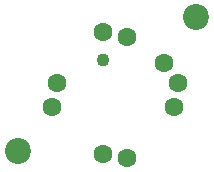
<source format=gts>
%TF.GenerationSoftware,KiCad,Pcbnew,7.0.5*%
%TF.CreationDate,2023-06-18T14:47:58+02:00*%
%TF.ProjectId,LH_RKJXM1015004_FacePlateTilted,4c485f52-4b4a-4584-9d31-303135303034,rev?*%
%TF.SameCoordinates,Original*%
%TF.FileFunction,Soldermask,Top*%
%TF.FilePolarity,Negative*%
%FSLAX46Y46*%
G04 Gerber Fmt 4.6, Leading zero omitted, Abs format (unit mm)*
G04 Created by KiCad (PCBNEW 7.0.5) date 2023-06-18 14:47:58*
%MOMM*%
%LPD*%
G01*
G04 APERTURE LIST*
%ADD10C,2.200000*%
%ADD11C,1.100000*%
%ADD12C,1.600000*%
G04 APERTURE END LIST*
D10*
X43772759Y-61750000D03*
X58831000Y-50395700D03*
D11*
X51000000Y-54000000D03*
D12*
X56150000Y-54300000D03*
X57350000Y-56000000D03*
X53000000Y-62350000D03*
X46650000Y-58000000D03*
X51000000Y-51650000D03*
X51000000Y-61950000D03*
X47050000Y-56000000D03*
X53000000Y-52050000D03*
X56950000Y-58000000D03*
M02*

</source>
